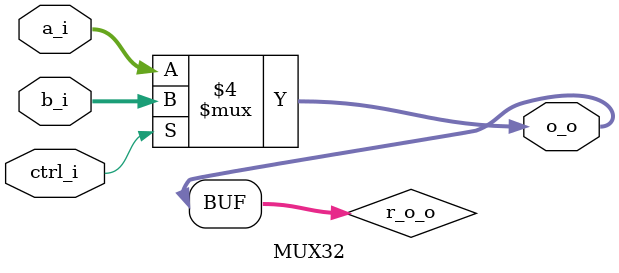
<source format=v>

module MUX32(a_i, b_i, ctrl_i, o_o);

input [31:0] a_i, b_i;
input ctrl_i;
output [31:0] o_o;

reg [31:0] r_o_o;

always @ (a_i or b_i or ctrl_i) begin
	if (ctrl_i == 1'b0) r_o_o = a_i;
	else r_o_o = b_i;
end

assign o_o = r_o_o;

endmodule

</source>
